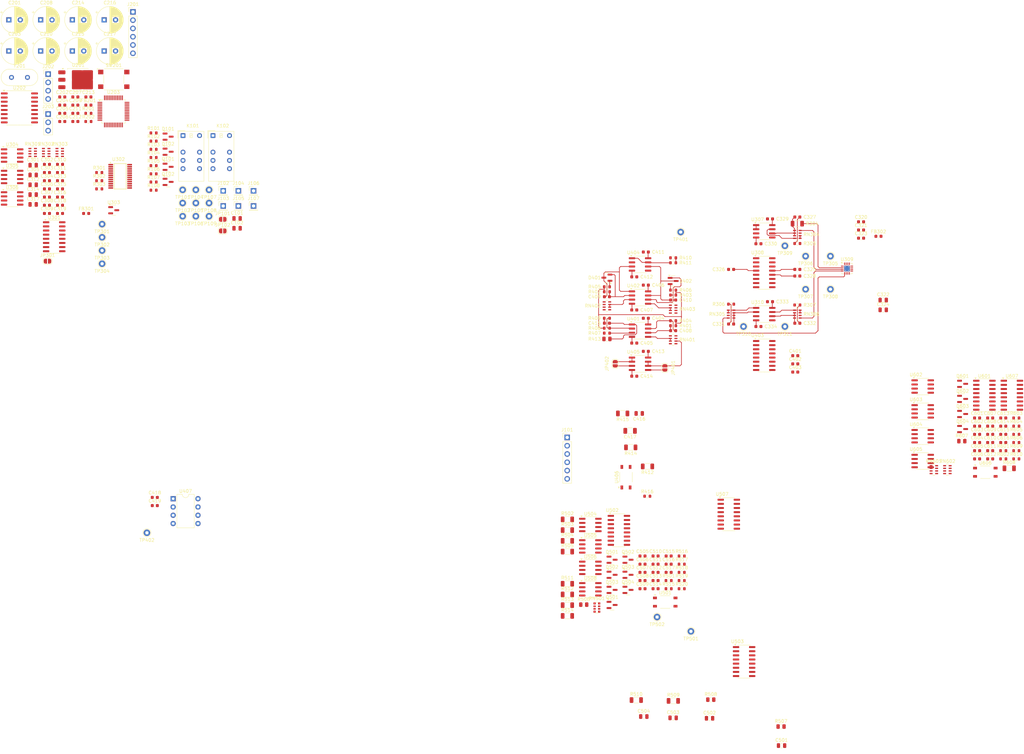
<source format=kicad_pcb>
(kicad_pcb (version 20240108) (generator "pcbnew") (generator_version "8.0")
  (layers (0 "F.Cu" signal) (31 "B.Cu" signal) (34 "B.Paste" user) (35 "F.Paste" user) (36 "B.SilkS" user "B.Silkscreen") (37 "F.SilkS" user "F.Silkscreen") (38 "B.Mask" user) (39 "F.Mask" user) (44 "Edge.Cuts" user))
  (net 0 "")
  (net 1 "Net-(C101-Pad1)")
  (net 2 "/Current Ranging/I_{sense}OUT")
  (net 3 "0Vo")
  (net 4 "+5V")
  (net 5 "GND")
  (net 6 "+3.3V")
  (net 7 "/Digital Control/RST")
  (net 8 "Net-(U203-PF0)")
  (net 9 "Net-(U203-PF1)")
  (net 10 "+3.3VA")
  (net 11 "+15V")
  (net 12 "-15V")
  (net 13 "V_{ref}")
  (net 14 "Net-(RN301A-R1.2)")
  (net 15 "/Data Converters/V_{ADC}")
  (net 16 "Net-(RN302A-R1.1)")
  (net 17 "/Data Converters/I_{ADC}")
  (net 18 "/Data Converters/AVDD_{ADC}")
  (net 19 "-V_{ref}")
  (net 20 "/Data Converters/AVDD_{DAC}")
  (net 21 "/Crossover and Amplifier Control/F_{DAC}")
  (net 22 "Net-(RN305B-R2.2)")
  (net 23 "/Crossover and Amplifier Control/C_{DAC}+")
  (net 24 "/Crossover and Amplifier Control/C_{DAC}-")
  (net 25 "Net-(RN306B-R2.1)")
  (net 26 "Net-(C408-Pad2)")
  (net 27 "Net-(D401-A)")
  (net 28 "Net-(U404A-+)")
  (net 29 "Net-(U404B--)")
  (net 30 "Net-(C415-Pad1)")
  (net 31 "Net-(C415-Pad2)")
  (net 32 "Net-(C416-Pad2)")
  (net 33 "Net-(U407-+)")
  (net 34 "Net-(C501-Pad1)")
  (net 35 "Net-(C502-Pad1)")
  (net 36 "Net-(C503-Pad1)")
  (net 37 "Net-(U603-+)")
  (net 38 "/Voltage Ranging/V_{sense}-")
  (net 39 "Net-(C607-Pad1)")
  (net 40 "Net-(U603--)")
  (net 41 "+15Vo")
  (net 42 "-15Vo")
  (net 43 "Net-(RN601C-R3.2)")
  (net 44 "Net-(RN601C-R3.1)")
  (net 45 "Net-(RN601B-R2.2)")
  (net 46 "Net-(RN601B-R2.1)")
  (net 48 "Net-(Q101-C)")
  (net 50 "Net-(Q102-C)")
  (net 51 "Net-(D401-K-Pad1)")
  (net 52 "Net-(D402-A)")
  (net 53 "Guard_{int}")
  (net 54 "Net-(D502-A)")
  (net 55 "Net-(D502-K)")
  (net 58 "Net-(U604-+)")
  (net 59 "Net-(U602A-+)")
  (net 60 "Net-(D604-K-Pad3)")
  (net 61 "Net-(J101-Pin_2)")
  (net 62 "/Crossover and Amplifier Control/Amp Drive")
  (net 63 "Net-(J101-Pin_1)")
  (net 64 "Earth")
  (net 65 "/Guard")
  (net 66 "/Out+")
  (net 67 "/Sense+")
  (net 68 "/Sense-")
  (net 69 "Net-(J201-Pin_1)")
  (net 70 "Net-(J201-Pin_6)")
  (net 71 "Net-(J201-Pin_4)")
  (net 72 "Net-(J201-Pin_2)")
  (net 73 "Net-(J201-Pin_5)")
  (net 74 "Net-(J201-Pin_3)")
  (net 75 "/Digital Control/V_{ADC}")
  (net 76 "/Digital Control/I_{ADC}")
  (net 77 "Net-(JP301-A)")
  (net 78 "Net-(JP401-B)")
  (net 79 "/Crossover and Amplifier Control/F_{FB}")
  (net 80 "/Crossover and Amplifier Control/C_{FB}")
  (net 81 "Net-(JP402-B)")
  (net 83 "/RE_OE")
  (net 85 "/Current Ranging/GuardOUT")
  (net 86 "/RE_RS")
  (net 87 "/Voltage Ranging/V_{sense}+")
  (net 88 "Net-(Q101-B)")
  (net 89 "Net-(Q102-B)")
  (net 90 "Net-(Q501-S)")
  (net 91 "/Current Ranging/1A Gate Drive")
  (net 92 "/Current Ranging/100mA Gate Drive")
  (net 93 "Net-(Q502-S)")
  (net 94 "Net-(Q503-D)")
  (net 95 "Net-(Q504-D)")
  (net 96 "/Digital Control/AMP_{CTL}0")
  (net 97 "/Digital Control/AMP_{CTL}1")
  (net 98 "/OE_{CTRL}")
  (net 99 "/RS_{CTRL}")
  (net 100 "/Digital Control/BOOT0")
  (net 101 "Net-(R301-Pad2)")
  (net 102 "/VM")
  (net 103 "/IM")
  (net 104 "Net-(R302-Pad2)")
  (net 105 "/Data Converters/DACB")
  (net 106 "Net-(R305-Pad1)")
  (net 107 "Net-(R306-Pad1)")
  (net 108 "Net-(R307-Pad1)")
  (net 109 "Net-(R401-Pad2)")
  (net 110 "Net-(U401A-+)")
  (net 111 "Net-(U401A--)")
  (net 112 "/Clamp")
  (net 113 "Net-(R411-Pad1)")
  (net 114 "Net-(R412-Pad2)")
  (net 115 "Net-(R416-Pad2)")
  (net 116 "/V_{FB}LO")
  (net 117 "Net-(R501-Pad1)")
  (net 118 "/Current Ranging/100mA")
  (net 119 "Net-(R502-Pad2)")
  (net 120 "Net-(R503-Pad2)")
  (net 121 "Net-(R504-Pad2)")
  (net 122 "Net-(R505-Pad2)")
  (net 123 "Net-(R506-Pad1)")
  (net 124 "Net-(RN501D-R4.2)")
  (net 125 "Net-(U508A--)")
  (net 126 "/Voltage Ranging/150V")
  (net 127 "Net-(R603-Pad2)")
  (net 128 "Net-(U602B-+)")
  (net 129 "Net-(R607-Pad1)")
  (net 130 "Net-(R609-Pad2)")
  (net 131 "Net-(R610-Pad2)")
  (net 132 "Net-(RN301C-R3.2)")
  (net 133 "Net-(RN302C-R3.1)")
  (net 134 "Net-(RN303B-R2.2)")
  (net 139 "/Data Converters/DACA")
  (net 140 "Net-(RN305A-R1.1)")
  (net 141 "/Data Converters/DACD")
  (net 142 "Net-(RN306A-R1.2)")
  (net 143 "/Data Converters/DACC")
  (net 149 "Net-(RN402B-R2.2)")
  (net 153 "Net-(RN403B-R2.1)")
  (net 158 "Net-(RN501C-R3.2)")
  (net 159 "Net-(RN501A-R1.2)")
  (net 160 "Net-(RN501A-R1.1)")
  (net 165 "Net-(RN602B-R2.2)")
  (net 166 "Net-(RN602A-R1.2)")
  (net 167 "/Current Ranging/Rsense")
  (net 169 "/Digital Control/TX")
  (net 171 "/Digital Control/RX")
  (net 172 "/VM_{CTRL}0")
  (net 173 "/Data Converters/~{CSDAC}")
  (net 174 "/Data Converters/F_{DAC}LO")
  (net 175 "/IM_{CTRL}0")
  (net 176 "/Data Converters/~{CSADC}")
  (net 177 "/Data Converters/MISO")
  (net 178 "/FI")
  (net 179 "/Data Converters/V_{MEAS}LO")
  (net 181 "/Data Converters/I_{MEAS}LO")
  (net 183 "/Data Converters/C_{DAC}LO")
  (net 184 "/FV")
  (net 186 "/IM_{CTRL}2")
  (net 187 "/VM_{CTRL}1")
  (net 188 "/VM_{CTRL}2")
  (net 190 "/Data Converters/SCLK")
  (net 192 "/Data Converters/MOSI")
  (net 194 "/IM_{CTRL}1")
  (net 216 "Net-(U307A--)")
  (net 222 "/Current Ranging/10mA")
  (net 223 "/Current Ranging/1A")
  (net 224 "/Current Ranging/100µA")
  (net 225 "/Current Ranging/1mA")
  (net 226 "/Current Ranging/10µA")
  (net 231 "+3V3")
  (net 234 "/Voltage Ranging/1.5V")
  (net 238 "/Voltage Ranging/150mV")
  (net 239 "Net-(U605A--)")
  (net 245 "Net-(RN304A-R1.1)")
  (net 246 "Net-(RN304C-R3.2)")
  (net 247 "Net-(RN401B-R2.1)")
  (net 248 "Net-(U401B--)")
  (net 249 "Net-(U402B--)")
  (footprint "Package_SO:MFSOP6-4_4.4x3.6mm_P1.27mm" (layer "F.Cu") (at 46.482 159.258 90)
    (property "Reference" "U406")
    (property "Value" "TLP170D")
  )
  (footprint "Capacitor_SMD:C_0805_2012Metric" (layer "F.Cu") (at -135.4125 66.53)
    (property "Reference" "C305")
    (property "Value" "10u")
  )
  (footprint "Resistor_SMD:R_0603_1608Metric" (layer "F.Cu") (at -118.4625 47.61)
    (property "Reference" "R201")
    (property "Value" "10k")
  )
  (footprint "Capacitor_SMD:C_0603_1608Metric" (layer "F.Cu") (at 87.122 113.03 180)
    (property "Reference" "C334")
    (property "Value" "100n")
  )
  (footprint "Capacitor_SMD:C_0805_2012Metric" (layer "F.Cu") (at 125.41 107.912)
    (property "Reference" "C324")
    (property "Value" "10u")
  )
  (footprint "Resistor_SMD:R_Array_Concave_4x0603" (layer "F.Cu") (at 99.06 84.766)
    (property "Reference" "RN304")
    (property "Value" "10k")
  )
  (footprint "Jumper:SolderJumper-2_P1.3mm_Open_RoundedPad1.0x1.5mm" (layer "F.Cu") (at -131.0125 92.98)
    (property "Reference" "JP301")
    (property "Value" "SolderJumper_2_Open")
  )
  (footprint "Package_TO_SOT_SMD:SOT-23" (layer "F.Cu") (at -94.0125 59.4)
    (property "Reference" "D102")
    (property "Value" "BAV99")
  )
  (footprint "Resistor_SMD:R_0603_1608Metric" (layer "F.Cu") (at -98.4625 56.14)
    (property "Reference" "R102")
    (property "Value" "2.2k")
  )
  (footprint "Resistor_SMD:R_0603_1608Metric" (layer "F.Cu") (at 40.64 115.062)
    (property "Reference" "R407")
    (property "Value" "10k")
  )
  (footprint "Capacitor_SMD:C_0603_1608Metric" (layer "F.Cu") (at 158.233 146.11)
    (property "Reference" "C609")
    (property "Value" "100n")
  )
  (footprint "Capacitor_SMD:C_0603_1608Metric" (layer "F.Cu") (at 49.022 107.95 180)
    (property "Reference" "C407")
    (property "Value" "100n")
  )
  (footprint "Capacitor_SMD:C_0603_1608Metric" (layer "F.Cu") (at 51.5535 193.482)
    (property "Reference" "C509")
    (property "Value" "100n")
  )
  (footprint "Capacitor_SMD:C_0603_1608Metric" (layer "F.Cu") (at 158.233 148.62)
    (property "Reference" "C610")
    (property "Value" "100n")
  )
  (footprint "Inductor_SMD:L_0603_1608Metric" (layer "F.Cu") (at -119.1525 78.33)
    (property "Reference" "FB301")
    (property "Value" "FerriteBead_Small")
  )
  (footprint "Resistor_SMD:R_0603_1608Metric" (layer "F.Cu") (at -115.1425 65.78)
    (property "Reference" "R301")
    (property "Value" "2.2k")
  )
  (footprint "Resistor_SMD:R_1206_3216Metric" (layer "F.Cu") (at 28.5135 175.502)
    (property "Reference" "R503")
    (property "Value" "374m")
  )
  (footprint "Package_SO:SOIC-8_3.9x4.9mm_P1.27mm" (layer "F.Cu") (at 88.9 83.82)
    (property "Reference" "U307")
    (property "Value" "OPA2182")
  )
  (footprint "Resistor_SMD:R_Array_Concave_4x0603" (layer "F.Cu") (at 145.103 156.94)
    (property "Reference" "RN602")
    (property "Value" "10k")
  )
  (footprint "Resistor_SMD:R_0805_2012Metric" (layer "F.Cu") (at 33.5235 198.362)
    (property "Reference" "R506")
    (property "Value" "374")
  )
  (footprint "Capacitor_SMD:C_0603_1608Metric" (layer "F.Cu") (at 49.022 97.79 180)
    (property "Reference" "C412")
    (property "Value" "100n")
  )
  (footprint "Package_SO:SOIC-16_3.9x9.9mm_P1.27mm" (layer "F.Cu") (at 78.0325 170.62)
    (property "Reference" "U507")
    (property "Value" "74HC138")
  )
  (footprint "Resistor_SMD:R_0603_1608Metric" (layer "F.Cu") (at 99.06 106.426)
    (property "Reference" "R307")
    (property "Value" "2.2k")
  )
  (footprint "Package_SO:SOIC-16_3.9x9.9mm_P1.27mm" (layer "F.Cu") (at 82.7285 215.832)
    (property "Reference" "U503")
    (property "Value" "DG444xY")
  )
  (footprint "Capacitor_SMD:C_0603_1608Metric" (layer "F.Cu") (at 154.223 148.62)
    (property "Reference" "C604")
    (property "Value" "100n")
  )
  (footprint "Capacitor_SMD:C_0603_1608Metric" (layer "F.Cu") (at 52.578 90.17 180)
    (property "Reference" "C411")
    (property "Value" "100n")
  )
  (footprint "Connector_Pin:Pin_D1.0mm_L10.0mm" (layer "F.Cu") (at -81.4425 75.14)
    (property "Reference" "TP108")
    (property "Value" "TestPoint")
  )
  (footprint "Crystal:Crystal_HC18-U_Vertical" (layer "F.Cu") (at -142.0625 36.59)
    (property "Reference" "Y201")
    (property "Value" "8MHz")
  )
  (footprint "Capacitor_SMD:C_0805_2012Metric" (layer "F.Cu") (at 125.41 104.902)
    (property "Reference" "C322")
    (property "Value" "10u")
  )
  (footprint "Capacitor_SMD:C_0603_1608Metric" (layer "F.Cu") (at 52.578 110.49 180)
    (property "Reference" "C404")
    (property "Value" "100n")
  )
  (footprint "Package_SO:SOIC-8_3.9x4.9mm_P1.27mm" (layer "F.Cu") (at 137.526 131.443)
    (property "Reference" "U602")
    (property "Value" "OPA2182")
  )
  (footprint "Package_SO:SOIC-8_3.9x4.9mm_P1.27mm" (layer "F.Cu") (at 35.5435 173.922)
    (property "Reference" "U504")
    (property "Value" "OPA2182")
  )
  (footprint "Capacitor_SMD:C_0603_1608Metric" (layer "F.Cu") (at -127.1725 65.78)
    (property "Reference" "C311")
    (property "Value" "1n")
  )
  (footprint "Capacitor_SMD:C_0603_1608Metric" (layer "F.Cu") (at -127.1725 78.33)
    (property "Reference" "C319")
    (property "Value" "100n")
  )
  (footprint "Capacitor_THT:CP_Radial_D8.0mm_P3.50mm" (layer "F.Cu") (at -113.633708 18.94)
    (property "Reference" "C216")
    (property "Value" "100u")
  )
  (footprint "Connector_PinHeader_2.54mm:PinHeader_1x01_P2.54mm_Vertical" (layer "F.Cu") (at -67.7925 71.39)
    (property "Reference" "J106")
    (property "Value" "Conn_01x01_Socket")
  )
  (footprint "Capacitor_SMD:C_0805_2012Metric" (layer "F.Cu") (at 50.546 139.7 180)
    (property "Reference" "C416")
    (property "Value" "270p")
  )
  (footprint "Connector_Pin:Pin_D1.0mm_L10.0mm" (layer "F.Cu") (at -114.2625 89.71)
    (property "Reference" "TP303")
    (property "Value" "TestPoint")
  )
  (footprint "Capacitor_SMD:C_0603_1608Metric" (layer "F.Cu") (at 99.06 79.432)
    (property "Reference" "C327")
    (property "Value" "1n")
  )
  (footprint "Resistor_SMD:R_0603_1608Metric" (layer "F.Cu") (at 166.253 146.11)
    (property "Reference" "R605")
    (property "Value" "10k")
  )
  (footprint "Capacitor_SMD:C_0603_1608Metric" (layer "F.Cu") (at -126.4825 47.61)
    (property "Reference" "C205")
    (property "Value" "100n")
  )
  (footprint "Inductor_SMD:L_0603_1608Metric" (layer "F.Cu") (at 123.952 85.344)
    (property "Reference" "FB302")
    (property "Value" "FerriteBead_Small" (hide yes))
  )
  (footprint "Resistor_SMD:R_0603_1608Metric" (layer "F.Cu") (at 166.253 151.13)
    (property "Reference" "R609")
    (property "Value" "2.2k")
  )
  (footprint "Resistor_SMD:R_1206_3216Metric" (layer "F.Cu") (at 45.466 139.7 180)
    (property "Reference" "R415")
    (property "Value" "1k")
  )
  (footprint "Resistor_SMD:R_1206_3216Metric" (layer "F.Cu") (at 47.9445 150.114 180)
    (property "Reference" "R414")
    (property "Value" "150k")
  )
  (footprint "Capacitor_SMD:C_0805_2012Metric" (layer "F.Cu") (at 60.9495 233.104)
    (property "Reference" "C503")
    (property "Value" "270p")
  )
  (footprint "Capacitor_SMD:C_0603_1608Metric" (layer "F.Cu") (at 78.74 95.504)
    (property "Reference" "C326")
    (property "Value" "100n")
  )
  (footprint "Capacitor_SMD:C_0603_1608Metric" (layer "F.Cu") (at 98.425 124.49)
    (property "Reference" "C402")
    (property "Value" "100n")
  )
  (footprint "Resistor_SMD:R_0603_1608Metric" (layer "F.Cu") (at 63.5835 190.972)
    (property "Reference" "R519")
    (property "Value" "10k")
  )
  (footprint "Package_SO:SOIC-16_3.9x9.9mm_P1.27mm" (layer "F.Cu") (at 88.9 121.92)
    (property "Reference" "U403")
    (property "Value" "DG444xY")
  )
  (footprint "Capacitor_SMD:C_0603_1608Metric" (layer "F.Cu") (at 59.5735 188.462)
    (property "Reference" "C517")
    (property "Value" "100n")
  )
  (footprint "Resistor_SMD:R_0603_1608Metric" (layer "F.Cu") (at -98.4625 68.69)
    (property "Reference" "R107")
    (property "Value" "100k")
  )
  (footprint "Capacitor_SMD:C_0603_1608Metric" (layer "F.Cu") (at 154.223 153.64)
    (property "Reference" "C606")
    (property "Value" "100n")
  )
  (footprint "Resistor_SMD:R_1206_3216Metric" (layer "F.Cu") (at 28.5135 201.822)
    (property "Reference" "R514")
    (property "Value" "37.4")
  )
  (footprint "Capacitor_SMD:C_0603_1608Metric" (layer "F.Cu") (at 60.96 104.902 180)
    (property "Reference" "C410")
    (property "Value" "15p")
  )
  (footprint "Capacitor_SMD:C_0603_1608Metric" (layer "F.Cu") (at -127.1725 75.82)
    (property "Reference" "C318")
    (property "Value" "100n")
  )
  (footprint "Resistor_SMD:R_0603_1608Metric" (layer "F.Cu") (at 166.253 143.6)
    (property "Reference" "R604")
    (property "Value" "4.7k")
  )
  (footprint "Capacitor_SMD:C_0603_1608Metric" (layer "F.Cu") (at 51.5535 190.972)
    (property "Reference" "C508")
    (property "Value" "100n")
  )
  (footprint "Resistor_SMD:R_0603_1608Metric" (layer "F.Cu") (at 60.96 91.948 180)
    (property "Reference" "R410")
    (property "Value" "2.2k")
  )
  (footprint "Capacitor_SMD:C_0603_1608Metric" (layer "F.Cu") (at 59.5735 185.952)
    (property "Reference" "C516")
    (property "Value" "100n")
  )
  (footprint "Relay_THT:Relay_DPDT_Kemet_EC2" (layer "F.Cu") (at -89.4375 54.445)
    (property "Reference" "K101")
    (property "Value" "EC2-5NU")
  )
  (footprint "Resistor_SMD:R_1206_3216Metric" (layer "F.Cu") (at 28.5135 182.082)
    (property "Reference" "R505")
    (property "Value" "37.4")
  )
  (footprint "Capacitor_SMD:C_0603_1608Metric" (layer "F.Cu") (at 154.223 143.6)
    (property "Reference" "C602")
    (property "Value" "100n")
  )
  (footprint "Package_SO:SOIC-16_3.9x9.9mm_P1.27mm" (layer "F.Cu") (at 156.443 134.11)
    (property "Reference" "U601")
    (property "Value" "DG444xY")
  )
  (footprint "Package_TO_SOT_SMD:SOT-23" (layer "F.Cu") (at -94.0125 54.775)
    (property "Reference" "D101")
    (property "Value" "BAV99")
  )
  (footprint "Connector_PinHeader_2.54mm:PinHeader_1x03_P2.54mm_Vertical" (layer "F.Cu") (at -130.8125 47.84)
    (property "Reference" "J203")
    (property "Value" "Conn_01x03_Pin")
  )
  (footprint "Connector_Pin:Pin_D1.0mm_L10.0mm" (layer "F.Cu") (at -114.2625 85.66)
    (property "Reference" "TP302")
    (property "Value" "TestPoint")
  )
  (footprint "Connector_Pin:Pin_D1.0mm_L10.0mm" (layer "F.Cu") (at 101.6 91.44)
    (property "Reference" "TP306")
    (property "Value" "TestPoint" (hide yes))
  )
  (footprint "Resistor_SMD:R_0603_1608Metric" (layer "F.Cu") (at 63.5835 185.952)
    (property "Reference" "R517")
    (property "Value" "10k")
  )
  (footprint "Connector_PinHeader_2.54mm:PinHeader_1x01_P2.54mm_Vertical" (layer "F.Cu") (at -77.0925 71.39)
    (property "Reference" "J102")
    (property "Value" "Conn_01x01_Socket")
  )
  (footprint "Package_TO_SOT_SMD:SOT-23" (layer "F.Cu") (at -94.0125 68.65)
    (property "Reference" "Q102")
    (property "Value" "BC847")
  )
  (footprint "Capacitor_SMD:C_0603_1608Metric" (layer "F.Cu") (at 60.96 114.3)
    (property "Reference" "C408")
    (property "Value" "15p")
  )
  (footprint "Capacitor_SMD:C_0603_1608Metric" (layer "F.Cu") (at -118.4625 42.59)
    (property "Reference" "C213")
    (property "Value" "100n")
  )
  (footprint "Package_TO_SOT_SMD:SOT-23" (layer "F.Cu") (at 42.2135 193.837)
    (property "Reference" "D503")
    (property "Value" "BZX84C10")
  )
  (footprint "Capacitor_SMD:C_0603_1608Metric" (layer "F.Cu") (at 158.233 151.13)
    (property "Reference" "C611")
    (property "Value" "100n")
  )
  (footprint "Capacitor_SMD:C_0603_1608Metric" (layer "F.Cu") (at 52.578 100.33 180)
    (property "Reference" "C406")
    (property "Value" "100n")
  )
  (footprint "Capacitor_SMD:C_0603_1608Metric" (layer "F.Cu") (at -127.1725 70.8)
    (property "Reference" "C315")
    (property "Value" "100n")
  )
  (footprint "Resistor_SMD:R_Array_Concave_4x0603" (layer "F.Cu") (at -127.2625 59.62)
    (property "Reference" "RN303")
    (property "Value" "10k")
  )
  (footprint "Capacitor_SMD:C_0603_1608Metric" (layer "F.Cu") (at -127.1725 73.31)
    (property "Reference" "C316")
    (property "Value" "100n")
  )
  (footprint "Resistor_SMD:R_1206_3216Metric" (layer "F.Cu") (at 28.5135 195.242)
    (property "Reference" "R512")
    (property "Value" "374m")
  )
  (footprint "Resistor_SMD:R_0603_1608Metric" (layer "F.Cu") (at -98.4625 66.18)
    (property "Reference" "R106")
    (property "Value" "33")
  )
  (footprint "Connector_Pin:Pin_D1.0mm_L10.0mm" (layer "F.Cu") (at 66.4105 206.561)
    (property "Reference" "TP501")
    (property "Value" "TestPoint")
  )
  (footprint "Connector_PinHeader_2.54mm:PinHeader_1x06_P2.54mm_Vertical" (layer "F.Cu") (at -104.7925 16.49)
    (property "Reference" "J201")
    (property "Value" "Conn_01x06_Pin")
  )
  (footprint "Connector_Pin:Pin_D1.0mm_L10.0mm" (layer "F.Cu") (at -100.506 176.322)
    (property "Reference" "TP402")
    (property "Value" "TestPoint")
  )
  (footprint "Package_SO:SOIC-16_3.9x9.9mm_P1.27mm" (layer "F.Cu") (at 164.893 134.11)
    (property "Reference" "U607")
    (property "Value" "74HC138")
  )
  (footprint "Jumper:SolderJumper-2_P1.3mm_Open_RoundedPad1.0x1.5mm" (layer "F.Cu") (at -77.2425 80.14)
    (property "Reference" "JP101")
    (property "Value" "SolderJumper_2_Open")
  )
  (footprint "Connector_PinHeader_2.54mm:PinHeader_1x06_P2.54mm_Vertical" (layer "F.Cu") (at 28.448 147.066)
    (property "Reference" "J101")
    (property "Value" "Conn_01x06_Socket")
  )
  (footprint "Package_DIP:DIP-8_W7.62mm" (layer "F.Cu") (at -92.456 165.862)
    (property "Reference" "U407")
    (property "Value" "LM7171xIN")
  )
  (footprint "Connector_Pin:Pin_D1.0mm_L10.0mm" (layer "F.Cu") (at 101.6 101.6)
    (property "Reference" "TP307")
    (property "Value" "TestPoint" (hide yes))
  )
  (footprint "Package_SO:SOIC-8_3.9x4.9mm_P1.27mm" (layer "F.Cu") (at -141.8625 67.15)
    (property "Reference" "U305")
    (property "Value" "OPA2182")
  )
  (footprint "Connector_Pin:Pin_D1.0mm_L10.0mm" (layer "F.Cu") (at 82.55 113.03)
    (property "Reference" "TP310")
    (property "Value" "TestPoint" (hide yes))
  )
  (footprint "Capacitor_SMD:C_1206_3216Metric" (layer "F.Cu") (at 47.752 145.034 180)
    (property "Reference" "C417")
    (property "Value" "22p")
  )
  (footprint "AD7190:SOP65P640X120-24N" (layer "F.Cu") (at -108.7125 66.938606)
    (property "Reference" "U302")
    (property "Value" "AD7190BRUZ")
  )
  (footprint "Capacitor_SMD:C_0603_1608Metric" (layer "F.Cu") (at 99.06 97.536)
    (property "Reference" "C328")
    (property "Value" "100n")
  )
  (footprint "Capacitor_SMD:C_0603_1608Metric" (layer "F.Cu") (at 158.233 143.6)
    (property "Reference" "C608")
    (property "Value" "100n")
  )
  (footprint "Capacitor_SMD:C_0603_1608Metric" (layer "F.Cu") (at -126.4825 42.59)
    (property "Reference" "C202")
    (property "Value" "1u")
  )
  (footprint "Package_SO:SOIC-16_3.9x9.9mm_P1.27mm" (layer "F.Cu") (at 88.9 96.52)
    (property "Reference" "U308")
    (property "Value" "DG444xY")
  )
  (footprint "Capacitor_THT:CP_Radial_D8.0mm_P3.50mm" (layer "F.Cu") (at -113.633708 28.49)
    (property "Reference" "C217")
    (property "Value" "100u")
  )
  (footprint "Package_SO:SOIC-8_3.9x4.9mm_P1.27mm" (layer "F.Cu") (at 137.526 139.063)
    (property "Reference" "U603")
    (property "Value" "OPA140")
  )
  (footprint "Connector_Pin:Pin_D1.0mm_L10.0mm" (layer "F.Cu") (at 95.25 113.03)
    (property "Reference" "TP311")
    (property "Value" "TestPoint" (hide yes))
  )
  (footprint "Connector_Pin:Pin_D1.0mm_L10.0mm" (layer "F.Cu") (at -81.4425 79.19)
    (property "Reference" "TP109")
    (property "Value" "TestPoint")
  )
  (footprint "Capacitor_THT:CP_Radial_D8.0mm_P3.50mm" (layer "F.Cu") (at -142.867802 28.49)
    (property "Reference" "C203")
    (property "Value" "100u")
  )
  (footprint "Connector_PinHeader_2.54mm:PinHeader_1x01_P2.54mm_Vertical" (layer "F.Cu") (at -72.4425 76.04)
    (property "Reference" "J105")
    (property "Value" "Conn_01x01_Socket")
  )
  (footprint "Capacitor_SMD:C_0603_1608Metric" (layer "F.Cu") (at -122.4725 45.1)
    (property "Reference" "C209")
    (property "Value" "100n")
  )
  (footprint "Package_SO:SOIC-8_3.9x4.9mm_P1.27mm" (layer "F.Cu") (at 137.526 146.683)
    (property "Reference" "U604")
    (property "Value" "OPA140")
  )
  (footprint "Resistor_SMD:R_1206_3216Metric" (layer "F.Cu") (at 28.5135 191.952)
    (property "Reference" "R511")
    (property "Value" "374m")
  )
  (footprint "Resistor_SMD:R_1206_3216Metric" (layer "F.Cu") (at 49.6465 227.643)
    (property "Reference" "R510")
    (property "Value" "3.74M")
  )
  (footprint "Resistor_SMD:R_Array_Convex_4x0612" (layer "F.Cu") (at 37.5535 199.262)
    (property "Reference" "RN501")
    (property "Value" "10k")
  )
  (footprint "Resistor_SMD:R_0603_1608Metric" (layer "F.Cu") (at 63.5835 183.442)
    (property "Reference" "R516")
    (property "Value" "2.2K")
  )
  (footprint "Resistor_SMD:R_0805_2012Metric" (layer "F.Cu") (at 40.64 116.84 180)
    (property "Reference" "R413")
    (property "Value" "10k")
  )
  (footprint "Connector_PinHeader_2.54mm:PinHeader_1x01_P2.54mm_Vertical" (layer "F.Cu") (at -72.4425 71.39)
    (property "Reference" "J104")
    (property "Value" "Conn_01x01_Socket")
  )
  (footprint "Resistor_SMD:R_0603_1608Metric" (layer "F.Cu") (at 63.5835 188.462)
    (property "Reference" "R518")
    (property "Value" "10k")
  )
  (footprint "Package_TO_SOT_SMD:SOT-23" (layer "F.Cu") (at 149.773 130.615)
    (property "Reference" "D601")
    (property "Value" "BAV199")
  )
  (footprint "Capacitor_SMD:C_0603_1608Metric" (layer "F.Cu") (at 52.578 120.65 180)
    (property "Reference" "C413")
    (property "Value" "100n")
  )
  (footprint "Capacitor_SMD:C_0603_1608Metric" (layer "F.Cu") (at 40.64 103.886 180)
    (property "Reference" "C409")
    (property "Value" "15p")
  )
  (footprint "Capacitor_SMD:C_0805_2012Metric" (layer "F.Cu") (at -135.4125 63.52)
    (property "Reference" "C301")
    (property "Value" "10u")
  )
  (footprint "Resistor_SMD:R_0603_1608Metric" (layer "F.Cu") (at 60.96 111.252)
    (property "Reference" "R404")
    (property "Value" "4.7k")
  )
  (footprint "Resistor_SMD:R_0603_1608Metric" (layer "F.Cu") (at -118.4625 50.12)
    (property "Reference" "R202")
    (property "Value" "10k")
  )
  (footprint "Package_SO:SOIC-8_3.9x4.9mm_P1.27mm" (layer "F.Cu") (at 35.5435 180.502)
    (property "Reference" "U505")
    (property "Value" "OPA140")
  )
  (footprint "Package_SO:SOIC-16W_7.5x10.3mm_P1.27mm" (layer "F.Cu") (at -139.6325 45.95)
    (property "Reference" "U202")
    (property "Value" "ISO7341C")
  )
  (footprint "Resistor_SMD:R_1206_3216Metric" (layer "F.Cu") (at 164.073 156.54)
    (property "Reference" "R608")
    (property "Value" "390k")
  )
  (footprint "Resistor_SMD:R_0603_1608Metric" (layer "F.Cu") (at 63.5835 193.482)
    (property "Reference" "R520")
    (property "Value" "10k")
  )
  (footprint "Connector_Pin:Pin_D1.0mm_L10.0mm" (layer "F.Cu") (at -81.4425 71.09)
    (property "Reference" "TP107")
    (property "Value" "TestPoint")
  )
  (footprint "Connector_Pin:Pin_D1.0mm_L10.0mm" (layer "F.Cu") (at -89.5425 71.09)
    (property "Reference" "TP101")
    (property "Value" "TestPoint")
  )
  (footprint "Package_TO_SOT_SMD:SOT-23" (layer "F.Cu") (at -110.6925 77.345)
    (property "Reference" "U303")
    (property "Value" "LM4040DBZ-2.0")
  )
  (footprint "Resistor_SMD:R_1206_3216Metric" (layer "F.Cu") (at 28.5135 178.792)
    (property "Reference" "R504")
    (property "Value" "37.4")
  )
  (footprint "Capacitor_SMD:C_0603_1608Metric" (layer "F.Cu") (at 158.233 141.09)
    (property "Reference" "C607")
    (property "Value" "15p")
  )
  (footprint "Capacitor_SMD:C_0603_1608Metric" (layer "F.Cu") (at -131.1825 70.8)
    (property "Reference" "C306")
    (property "Value" "1n")
  )
  (footprint "Resistor_SMD:R_0603_1608Metric" (layer "F.Cu") (at -115.1425 70.8)
    (property "Reference" "R303")
    (property "Value" "2.2k")
  )
  (footprint "Capacitor_THT:CP_Radial_D8.0mm_P3.50mm" (layer "F.Cu") (at -133.123104 18.94)
    (property "Reference" "C208")
    (property "Value" "100u")
  )
  (footprint "Resistor_SMD:R_0603_1608Metric" (layer "F.Cu") (at -98.4625 61.16)
    (property "Reference" "R104")
    (property "Value" "33")
  )
  (footprint "Capacitor_SMD:C_0603_1608Metric" (layer "F.Cu") (at 99.06 112.014)
    (property "Reference" "C332")
    (property "Value" "1n")
  )
  (footprint "Package_TO_SOT_SMD:SOT-23" (layer "F.Cu") (at 47.1035 193.837)
    (property "Reference" "Q504")
    (property "Value" "DMN6075S")
  )
  (footprint "Capacitor_SMD:C_0603_1608Metric" (layer "F.Cu") (at -127.1725 63.27)
    (property "Reference" "C310")
    (property "Value" "1n")
  )
  (footprint "Package_TO_SOT_SMD:SOT-23" (layer "F.Cu") (at 40.64 98.044 180)
    (property "Reference" "D401")
    (property "Value" "BAV99")
  )
  (footprint "Capacitor_THT:CP_Radial_D8.0mm_P3.50mm" (layer "F.Cu") (at -142.867802 18.94)
    (property "Reference" "C201")
    (property "Value" "100u")
  )
  (footprint "Capacitor_SMD:C_0603_1608Metric" (layer "F.Cu") (at -131.1825 75.82)
    (property "Reference" "C308")
    (property "Value" "100n")
  )
  (footprint "Capacitor_SMD:C_0805_2012Metric" (layer "F.Cu") (at 72.1255 233.231)
    (property "Reference" "C502")
    (property "Value" "270p")
  )
  (footprint "Package_SO:SOIC-8_3.9x4.9mm_P1.27mm" (layer "F.Cu") (at 50.8 124.46)
    (property "Reference" "U405")
    (property "Value" "OPA2182")
  )
  (footprint "Button_Switch_SMD:SW_SPST_Omron_B3FS-105xP" (layer "F.Cu") (at -110.6775 37.19)
    (property "Reference" "SW201")
    (property "Value" "SW_Push")
  )
  (footprint "Resistor_SMD:R_Array_Concave_4x0603" (layer "F.Cu") (at 40.64 106.68)
    (property "Reference" "RN402")
    (property "Value" "10k")
  )
  (footprint "Resistor_SMD:R_Array_Concave_4x0603" (layer "F.Cu") (at -131.4125 59.62)
    (property "Reference" "RN302")
    (property "Value" "10k")
  )
  (footprint "Capacitor_SMD:C_0603_1608Metric" (layer "F.Cu") (at 118.618 80.899)
    (property "Reference" "C320")
    (property "Value" "100n")
  )
  (footprint "Capacitor_SMD:C_0603_1608Metric" (layer "F.Cu") (at 55.5635 193.482)
    (property "Reference" "C514")
    (property "Value" "100n")
  )
  (footprint "Capacitor_SMD:C_0603_1608Metric" (layer "F.Cu") (at 55.5635 190.972)
    (property "Reference" "C513")
    (property "Value" "100n")
  )
  (footprint "Connector_Pin:Pin_D1.0mm_L10.0mm" (layer "F.Cu") (at -114.2625 93.76)
    (property "Reference" "TP304")
    (property "Value" "TestPoint")
  )
  (footprint "Resistor_SMD:R_0603_1608Metric" (layer "F.Cu") (at 60.96 101.854)
    (property "Reference" "R406")
    (property "Value" "470")
  )
  (footprint "Capacitor_SMD:C_0603_1608Metric" (layer "F.Cu") (at 51.5535 183.442)
    (property "Reference" "C505")
    (property "Value" "100n")
  )
  (footprint "Capacitor_SMD:C_0805_2012Metric" (layer "F.Cu") (at -72.8425 79.87)
    (property "Reference" "C101")
    (property "Value" "270p")
  )
  (footprint "Resistor_SMD:R_0603_1608Metric" (layer "F.Cu") (at 53.023 165.1)
    (property "Reference" "R416")
    (property "Value" "2.2k")
  )
  (footprint "Connector_PinHeader_2.54mm:PinHeader_1x01_P2.54mm_Vertical" (layer "F.Cu") (at -67.7925 76.04)
    (property "Reference" "J107")
    (property "Value" "Conn_01x01_Socket")
  )
  (footprint "Capacitor_SMD:C_0603_1608Metric" (layer "F.Cu") (at 51.5535 185.952)
    (property "Reference" "C506")
    (property "Value" "100n")
  )
  (footprint "Resistor_SMD:R_Array_Concave_4x0603" (layer "F.Cu") (at 78.74 109.22)
    (property "Reference" "RN305")
    (property "Value" "10k")
  )
  (footprint "Connector_Pin:Pin_D1.0mm_L10.0mm" (layer "F.Cu") (at -85.4925 79.19)
    (property "Reference" "TP106")
    (property "Value" "TestPoint")
  )
  (footprint "Package_SO:MFSOP6-4_4.4x3.6mm_P1.27mm" (layer "F.Cu") (at 58.5235 197.577)
    (property "Reference" "U501")
    (property "Value" "TLP175A")
  )
  (footprint "Connector_Pin:Pin_D1.0mm_L10.0mm" (layer "F.Cu") (at -114.2625 81.61)
    (property "Reference" "TP301")
    (property "Value" "TestPoint")
  )
  (footprint "Package_TO_SOT_SMD:SOT-23" (layer "F.Cu") (at 47.1035 189.212)
    (property "Reference" "Q503")
    (property "Value" "DMN6075S")
  )
  (footprint "Resistor_SMD:R_0603_1608Metric" (layer "F.Cu") (at 166.253 148.62)
    (property "Reference" "R606")
    (property "Value" "10k")
  )
  (footprint "Resistor_SMD:R_0603_1608Metric" (layer "F.Cu") (at 60.96 93.472)
    (property "Reference" "R411")
    (property "Value" "10k")
  )
  (footprint "Capacitor_SMD:C_0603_1608Metric" (layer "F.Cu") (at 49.022 128.27 180)
    (property "Reference" "C414")
    (property "Value" "100n")
  )
  (footprint "Capacitor_SMD:C_0603_1608Metric" (layer "F.Cu") (at 162.243 146.11)
    (property "Reference" "C615")
    (property "Value" "15p")
  )
  (footprint "Capacitor_SMD:C_0603_1608Metric" (layer "F.Cu") (at 78.74 112.268 180)
    (property "Reference" "C331")
    (property "Value" "1n")
  )
  (footprint "Resistor_SMD:R_0603_1608Metric" (layer "F.Cu") (at -98.4625 63.67)
    (property "Reference" "R105")
    (property "Value" "2.2k")
  )
  (footprint "Capacitor_THT:CP_Radial_D8.0mm_P3.50mm" (layer "F.Cu") (at -123.378406 18.94)
    (property "Reference" "C214")
    (property "Value" "100u")
  )
  (footprint "Connector_Pin:Pin_D1.0mm_L10.0mm" (layer "F.Cu") (at 56.0235 202.172)
    (property "Reference" "TP502")
    (property "Value" "TestPoint")
  )
  (footprint "Resistor_SMD:R_0603_1608Metric" (layer "F.Cu") (at 99.06 87.56 180)
    (property "Reference" "R305")
    (property "Value" "2.2k")
  )
  (footprint "Package_TO_SOT_SMD:SOT-23" (layer "F.Cu") (at 149.773 144.49)
    (property "Reference" "D604")
    (property "Value" "BAV199")
  )
  (footprint "Resistor_SMD:R_1206_3216Metric" (layer "F.Cu") (at 61.011 227.897)
    (property "Reference" "R509")
    (property "Value" "422k")
  )
  (footprint "Resistor_SMD:R_0603_1608Metric" (layer "F.Cu") (at 166.253 153.64)
    (property "Reference" "R610")
    (property "Value" "22k")
  )
  (footprint "Resistor_SMD:R_Array_Concave_4x0603" (layer "F.Cu") (at -135.5625 59.62)
    (property "Reference" "RN301")
    (property "Value" "10k")
  )
  (footprint "Capacitor_SMD:C_0603_1608Metric" (layer "F.Cu") (at 51.5535 188.462)
    (property "Reference" "C507")
    (property "Value" "100n")
  )
  (footprint "Resistor_SMD:R_0603_1608Metric" (layer "F.Cu") (at -98.4625 58.65)
    (property "Reference" "R103")
    (property "Value" "2.2k")
  )
  (footprint "Connector_PinHeader_2.54mm:PinHeader_1x01_P2.54mm_Vertical" (layer "F.Cu") (at -77.0925 76.04)
    (property "Reference" "J103")
    (property "Value" "Conn_01x01_Socket")
  )
  (footprint "Capacitor_SMD:C_0603_1608Metric" (layer "F.Cu") (at -131.1825 65.78)
    (property "Reference" "C303")
    (property "Value" "100n")
  )
  (footprint "Capacitor_SMD:C_0603_1608Metric" (layer "F.Cu") (at 90.678 80.01 180)
    (property "Reference" "C329")
    (property "Value" "100n")
  )
  (footprint "Capacitor_SMD:C_0603_1608Metric" (layer "F.Cu") (at 118.618 83.409)
    (property "Reference" "C321")
    (property "Value" "100n")
  )
  (footprint "Resistor_SMD:R_0805_2012Metric" (layer "F.Cu") (at 94.073 235.771)
    (property "Reference" "R507")
    (property "Value" "3.74k")
  )
  (footprint "Package_TO_SOT_SMD:SOT-23" (layer "F.Cu") (at 149.773 139.865)
    (property "Reference" "D603")
    (property "Value" "BAV199")
  )
  (footprint "Package_SO:SOIC-8_3.9x4.9mm_P1.27mm" (layer "F.Cu") (at 137.526 154.303)
    (property "Reference" "U605")
    (property "Value" "OPA2182")
  )
  (footprint "Resistor_SMD:R_Array_Concave_4x0603" (layer "F.Cu") (at 140.953 156.94)
    (property "Reference" "RN601")
    (property "Value" "100k")
  )
  (footprint "Capacitor_SMD:C_0603_1608Metric" (layer "F.Cu") (at -131.1825 63.27)
    (property "Reference" "C302")
    (property "Value" "100n")
  )
  (footprint "Package_SO:SOIC-8_3.9x4.9mm_P1.27mm" (layer "F.Cu") (at 50.8 104.14)
    (property "Reference" "U402")
    (property "Value" "OPA2182")
  )
  (footprint "Capacitor_SMD:C_0603_1608Metric" (layer "F.Cu") (at 55.5635 183.442)
    (property "Reference" "C510")
    (property "Value" "100n")
  )
  (footprint "Resistor_SMD:R_0603_1608Metric" (layer "F.Cu") (at 40.64 100.838 180)
    (property "Reference" "R405")
    (property "Value" "470")
  )
  (footprint "Resistor_SMD:R_1206_3216Metric" (layer "F.Cu") (at 28.5135 198.532)
    (property "Reference" "R513")
    (property "Value" "37.4")
  )
  (footprint "Connector_Pin:Pin_D1.0mm_L10.0mm" (layer "F.Cu") (at -85.4925 75.14)
    (property "Reference" "TP105")
    (property "Value" "TestPoint")
  )
  (footprint "Capacitor_SMD:C_0603_1608Metric" (layer "F.Cu") (at -98.0885 167.972)
    (property "Reference" "C419")
    (property "Value" "100n")
  )
  (footprint "Capacitor_SMD:C_0603_1608Metric" (layer "F.Cu") (at 158.233 153.64)
    (property "Reference" "C612")
    (property "Value" "100n")
  )
  (footprint "Package_TO_SOT_SMD:SOT-23" (layer "F.Cu") (at 42.2135 198.462)
    (property "Reference" "Q501")
    (property "Value" "DMN6075S")
  )
  (footprint "Capacitor_SMD:C_0805_2012Metric" (layer "F.Cu") (at -135.4125 75.56)
    (property "Reference" "C317")
    (property "Value" "10u")
  )
  (footprint "Resistor_SMD:R_0805_2012Metric" (layer "F.Cu") (at 72.5065 227.516)
    (property "Reference" "R508")
    (property "Value" "37.4k")
  )
  (footprint "Capacitor_SMD:C_0603_1608Metric" (layer "F.Cu") (at 55.5635 188.462)
    (property "Reference" "C512")
    (property "Value" "100n")
  )
  (footprint "Resistor_SMD:R_Array_Concave_4x0603" (layer "F.Cu") (at 60.96 117.094)
    (property "Reference" "RN401")
    (property "Value" "10k")
  )
  (footprint "Capacitor_SMD:C_0603_1608Metric" (layer "F.Cu") (at 162.243 141.09)
    (property "Reference" "C613")
    (property "Value" "100n")
  )
  (footprint "Jumper:SolderJumper-2_P1.3mm_Open_RoundedPad1.0x1.5mm" (layer "F.Cu") (at 43.18 124.46 -90)
    (property "Reference" "JP402")
    (property "Value" "SolderJumper_2_Open" (hide yes))
  )
  (footprint "Resistor_SMD:R_0603_1608Metric" (layer "F.Cu") (at 78.74 106.172 180)
    (property "Reference" "R306")
    (property "Value" "2.2k")
  )
  (footprint "Resistor_SMD:R_1206_3216Metric" (layer "F.Cu") (at 53.086 155.956 180)
    (property "Reference" "R412")
    (property "Value" "1.5k")
  )
  (footprint "Jumper:SolderJumper-2_P1.3mm_Open_RoundedPad1.0x1.5mm" (layer "F.Cu") (at -77.2425 83.69)
    (property "Reference" "JP102")
    (property "Value" "SolderJumper_2_Open")
  )
  (footprint "Connector_Pin:Pin_D1.0mm_L10.0mm" (layer "F.Cu") (at 109.22 91.44)
    (property "Reference" "TP305")
    (property "Value" "TestPoint" (hide yes))
  )
  (footprint "Capacitor_SMD:C_0603_1608Metric" (layer "F.Cu") (at -127.1725 68.29)
    (property "Reference" "C313")
    (property "Value" "100n")
  )
  (footprint "Capacitor_SMD:C_0603_1608Metric" (layer "F.Cu") (at 154.223 146.11)
    (property "Reference" "C603")
    (property "Value" "22p")
  )
  (footprint "Capacitor_SMD:C_0603_1608Metric" (layer "F.Cu") (at 162.243 148.62)
    (property "Reference" "C616")
    (property "Value" "15p")
  )
  (footprint "Connector_Pin:Pin_D1.0mm_L10.0mm" (layer "F.Cu") (at -85.4925 71.09)
    (property "Reference" "TP104")
    (property "Value" "TestPoint")
  )
  (footprint "Resistor_SMD:R_0603_1608Metric" (layer "F.Cu") (at 59.5735 190.972)
    (property "Reference" "R501")
    (property "Value" "2.2k")
  )
  (footprint "Package_SO:SOIC-8_3.9x4.9mm_P1.27mm" (layer "F.Cu") (at 50.8 114.3)
    (property "Reference" "U401")
    (property "Value" "OPA2182")
  )
  (footprint "Relay_THT:Relay_DPDT_Kemet_EC2" (layer "F.Cu") (at -80.2425 54.445)
    (property "Reference" "K102")
    (property "Value" "EC2-5NU")
  )
  (footprint "Capacitor_SMD:C_0603_1608Metric" (layer "F.Cu") (at 162.243 143.6)
    (property "Reference" "C614")
    (property "Value" "100n")
  )
  (footprint "Capacitor_SMD:C_0805_2012Metric" (layer "F.Cu") (at -72.8425 82.88)
    (property "Reference" "C102")
    (property "Value" "270p")
  )
  (footprint "Resistor_SMD:R_0603_1608Metric" (layer "F.Cu") (at 40.64 110.49 180)
    (property "Reference" "R409")
    (property "Value" "2.2k")
  )
  (footprint "Resistor_SMD:R_0603_1608Metric" (layer "F.Cu") (at 59.5735 193.482)
    (property "Reference" "R515")
    (property "Value" "10k")
  )
  (footprint "Resistor_SMD:R_0603_1608Metric" (layer "F.Cu") (at 162.243 153.64)
    (property "Reference" "R602")
    (property "Value" "10k")
  )
  (footprint "Package_DFN_QFN:WQFN-16-1EP_3x3mm_P0.5mm_EP1.68x1.68mm_ThermalVias" (layer "F.Cu") (at 114.3 95.25)
    (property "Reference" "U309")
    (property "Value" "DACx0504")
  )
  (footprint "Package_SO:SOIC-8_3.9x4.9mm_P1.27mm" (layer "F.Cu") (at 50.8 93.98)
    (property "Reference" "U404")
    (property "Value" "LM393")
  )
  (footprint "Resistor_SMD:R_0603_1608Metric" (layer "F.Cu") (at 40.64 113.538)
    (property "Reference" "R408")
    (property "Value" "10k")
  )
  (footprint "Package_QFP:LQFP-48_7x7mm_P0.5mm" (layer "F.Cu") (at -110.7825 47.01)
    (property "Reference" "U203")
    (property "Value" "STM32F303C6Tx")
  )
  (footprint "Resistor_SMD:R_Array_Concave_4x0603" (layer "F.Cu") (at 99.06 109.22)
    (property "Reference" "RN306")
    (property "Value" "10k")
  )
  (footprint "Package_TO_SOT_SMD:SOT-23" (layer "F.Cu") (at 149.773 135.24)
    (property "Reference" "D602")
    (property "Value" "BAV199")
  )
  (footprint "Resistor_SMD:R_0603_1608Metric" (layer "F.Cu") (at 60.96 103.378)
    (property "Reference" "R403")
    (property "Value" "20k")
  )
  (footprint "Capacitor_SMD:C_0603_1608Metric" (layer "F.Cu") (at -131.1825 78.33)
    (property "Reference" "C309")
    (property "Value" "100n")
  )
  (footprint "Capacitor_SMD:C_0603_1608Metric" (layer "F.Cu") (at 40.64 112.014)
    (property "Reference" "C415")
    (property "Value" "1n")
  )
  (footprint "Inductor_SMD:L_0603_1608Metric" (layer "F.Cu") (at -118.4625 45.1)
    (property "Reference" "FB201")
    (property "Value" "FerriteBead_Small")
  )
  (footprint "Capacitor_SMD:C_0603_1608Metric" (layer "F.Cu") (at -98.0885 165.462)
    (property "Reference" "C418")
    (property "Value" "100n")
  )
  (footprint "Resistor_SMD:R_0603_1608Metric" (layer "F.Cu") (at 40.64 102.362 180)
    (property "Reference" "R402")
    (property "Value" "20k")
  )
  (footprint "Resistor_SMD:R_0603_1608Metric" (layer "F.Cu") (at -115.1425 68.29)
    (property "Reference" "R302")
    (property "Value" "2.2k")
  )
  (footprint "Capacitor_SMD:C_0603_1608Metric" (layer "F.Cu") (at 90.678 105.41 180)
    (property "Reference" "C333")
    (property "Value" "100n")
  )
  (footprint "Capacitor_SMD:C_0603_1608Metric" (layer "F.Cu") (at 118.618 85.919)
    (property "Reference" "C323")
    (property "Value" "100n")
  )
  (footprint "Resistor_SMD:R_0603_1608Metric" (layer "F.Cu") (at 166.253 141.09)
    (property "Reference" "R603")
    (property "Value" "2.2k")
  )
  (footprint "Jumper:SolderJumper-2_P1.3mm_Open_RoundedPad1.0x1.5mm" (layer "F.Cu") (at 58.42 125.73 -90)
    (property "Reference" "JP401")
    (property "Value" "SolderJumper_2_Open" (hide yes))
  )
  (footprint "Connector_Pin:Pin_D1.0mm_L10.0mm" (layer "F.Cu") (at -89.5425 79.19)
    (property "Reference" "TP103")
    (property "Value" "TestPoint")
  )
  (footprint "Capacitor_SMD:C_0805_2012Metric" (layer "F.Cu") (at -135.4125 72.55)
    (property "Reference" "C314")
    (property "Value" "10u")
  )
  (footprint "Capacitor_SMD:C_0603_1608Metric" (layer "F.Cu") (at -126.4825 50.12)
    (property "Reference" "C206")
    (property "Value" "100n")
  )
  (footprint "Capacitor_SMD:C_0805_2012Metric" (layer "F.Cu") (at -135.4125 69.54)
    (property "Reference" "C312")
    (property "Value" "10u")
  )
  (footprint "Connector_Pin:Pin_D1.0mm_L10.0mm" (layer "F.Cu") (at 63.267 84.045)
    (property "Reference" "TP401")
    (property "Value" "TestPoint")
  )
  (footprint "Package_SO:MFSOP6-4_4.4x3.6mm_P1.27mm" (layer "F.Cu") (at 156.743 157.735)
    (property "Reference" "U606")
    (property "Value" "TLP170D")
  )
  (footprint "Capacitor_SMD:C_0603_1608Metric" (layer "F.Cu") (at 154.223 141.09)
    (property "Reference" "C601")
    (property "Value" "100n")
  )
  (footprint "Capacitor_SMD:C_0603_1608Metric" (layer "F.Cu") (at 154.223 151.13)
    (property "Reference" "C605")
    (property "Value" "100n")
  )
  (footprint "Capacitor_SMD:C_0603_1608Metric" (layer "F.Cu") (at 87.122 87.63 180)
    (property "Reference" "C330")
    (property "Value" "100n")
  )
  (footprint "Package_TO_SOT_SMD:SOT-23" (layer "F.Cu") (at -94.0125 64.025)
    (property "Reference" "Q101")
    (property "Value" "BC847")
  )
  (footprint "Capacitor_SMD:C_0603_1608Metric" (layer "F.Cu") (at 55.5635 185.952)
    (property "Reference" "C511")
    (property "Value" "100n")
  )
  (footprint "Capacitor_SMD:C_0603_1608Metric" (layer "F.Cu") (at -126.4825 45.1)
    (property "Reference" "C204")
    (property "Value" "100n")
  )
  (footprint "Package_TO_SOT_SMD:SOT-23" (layer "F.Cu") (at 60.96 99.06)
    (property "Reference" "D402")
    (property "Value" "BAV99")
  )
  (footprint "Package_TO_SOT_SMD:SOT-23" (layer "F.Cu") (at 42.2135 184.587)
    (property "Reference" "D501")
    (property "Value" "BAV199")
  )
  (footprint "Capacitor_THT:CP_Radial_D8.0mm_P3.50mm" (layer "F.Cu") (at -133.123104 28.49)
    (property "Reference" "C210")
    (property "Value" "100u")
  )
  (footprint "Capacitor_SMD:C_0603_1608Metric" (layer "F.Cu") (at -122.4725 50.12)
    (property "Reference" "C212")
    (property "Value" "18p")
  )
  (footprint "Resistor_SMD:R_0603_1608Metric" (layer "F.Cu") (at -98.4625 53.63)
    (property "Reference" "R101")
    (property "Value" "2.2k")
  )
  (footprint "Package_TO_SOT_SMD:SOT-23" (layer "F.Cu") (at 42.2135 189.212)
    (property "Reference" "D502")
    (property "Value" "BZX84C10")
  )
  (footprint "Connector_PinHeader_2.54mm:PinHeader_1x04_P2.54mm_Vertical" (layer "F.Cu") (at -130.8125 35.59)
    (property "Reference" "J202")
    (property "Value" "Conn_01x04_Pin")
  )
  (footprint "Package_TO_SOT_SMD:TO-252-3_TabPin2" (layer "F.Cu") (at -121.5725 37.315)
    (property "Reference" "U201")
    (property "Value" "LP2950-3.3_TO252")
  )
  (footprint "Capacitor_SMD:C_0603_1608Metric" (layer "F.Cu") (at 99.06 95.504)
    (property "Reference" "C325")
    (property "Value" "100n")
  )
  (footprint "Package_SO:SOIC-16_3.9x9.9mm_P1.27mm" (layer "F.Cu") (at 44.3125 175.573)
    (property "Reference" "U502")
    (property "Value" "DG444xY")
  )
  (footprint "Capacitor_SMD:C_0603_1608Metric" (layer "F.Cu") (at 49.022 118.11 180)
    (property "Reference" "C405")
    (property "Value" "100n")
  )
  (footprint "Connector_Pin:Pin_D1.0mm_L10.0mm" (layer "F.Cu") (at 95.25 88.265)
    (property "Reference" "TP309")
    (property "Value" "TestPoint" (hide yes))
  )
  (footprint "Package_SO:SOIC-8_3.9x4.9mm_P1.27mm" (layer "F.Cu") (at -141.8625 60.57)
    (property "Reference" "U304")
    (property "Value" "ADR4520")
  )
  (footprint "Capacitor_SMD:C_0805_2012Metric" (layer "F.Cu") (at 94.2235 241.613)
    (property "Reference" "C501")
    (property "Value" "270p")
  )
  (footprint "Package_TO_SOT_SMD:SOT-23" (layer "F.Cu") (at 47.1035 184.587)
    (property "Reference" "Q502")
    (property "Value" "DMN6075S")
  )
  (footprint "Resistor_SMD:R_0603_1608Metric" (layer "F.Cu") (at -98.4625 71.2)
    (property "Reference" "R108")
    (property "Value" "100k")
  )
  (footprint "Package_SO:SOIC-8_3.9x4.9mm_P1.27mm" (layer "F.Cu") (at 35.5435 187.082)
    (property "Reference" "U506")
    (property "Value" "TL071")
  )
  (footprint "Capacitor_SMD:C_0603_1608Metric" (layer "F.Cu") (at -122.4725 42.59)
    (property "Reference" "C207")
    (property "Value" "100n")
  )
  (footprint "Resistor_SMD:R_0603_1608Metric" (layer "F.Cu") (at 60.96 112.776)
    (property "Reference" "R401")
    (property "Value" "20k")
  )
  (footprint "Connector_Pin:Pin_D1.0mm_L10.0mm" (layer "F.Cu") (at 109.22 101.6)
    (property "Reference" "TP308")
    (property "Value" "TestPoint" (hide yes))
  )
  (footprint "Resistor_SMD:R_1206_3216Metric" (layer "F.Cu") (at 28.5135 172.212)
    (property "Reference" "R502")
    (property "Value" "374m")
  )
  (footprint "Package_SO:SOIC-16_3.9x9.9mm_P1.27mm" (layer "F.Cu") (at -128.9625 85.48)
    (property "Reference" "U301")
    (property "Value" "DG444xY")
  )
  (footprint "Capacitor_SMD:C_0603_1608Metric" (layer "F.Cu") (at -131.1825 73.31)
    (property "Reference" "C307")
    (property "Value" "1n")
  )
  (footprint "Capacitor_SMD:C_0603_1608Metric" (layer "F.Cu") (at 59.5735 183.442)
    (property "Reference" "C515")
    (property "Value" "100n")
  )
  (footprint "Resistor_SMD:R_1206_3216Metric" (layer "F.Cu") (at 99.06 81.464 180)
    (property "Reference" "R304")
    (property "Value" "500M")
  )
  (footprint "Capacitor_SMD:C_0603_1608Metric" (layer "F.Cu") (at -122.4725 47.61)
    (property "Reference" "C211")
    (property "Value" "18p")
  )
  (footprint "Package_SO:SOIC-8_3.9x4.9mm_P1.27mm" (layer "F.Cu") (at 88.9 109.22)
    (property "Reference" "U310")
    (property "Value" "OPA2182")
  )
  (footprint "Connector_Pin:Pin_D1.0mm_L10.0mm" (layer "F.Cu") (at -89.5425 75.14)
    (property "Reference" "TP102")
    (property "Value" "TestPoint")
  )
  (footprint "Capacitor_THT:CP_Radial_D8.0mm_P3.50mm" (layer "F.Cu") (at -123.378406 28.49)
    (property "Reference" "C215")
    (property "Value" "100u")
  )
  (footprint "Capacitor_SMD:C_0603_1608Metric" (layer "F.Cu") (at -131.1825 68.29)
    (property "Reference" "C304")
    (property "Value" "100n")
  )
  (footprint "Package_SO:SOIC-8_3.9x4.9mm_P1.27mm" (layer "F.Cu") (at 35.5435 193.662)
    (property "Reference" "U508")
    (property "Value" "LM393")
  )
  (footprint "Resistor_SMD:R_0805_2012Metric" (layer "F.Cu") (at 149.533 148.19)
    (property "Reference" "R607")
    (property "Value" "32.4k")
  )
  (footprint "Capacitor_SMD:C_0603_1608Metric" (layer "F.Cu") (at 98.425 121.98)
    (property "Reference" "C401")
    (property "Value" "100n")
  )
  (footprint "Resistor_SMD:R_Array_Concave_4x0603" (layer "F.Cu") (at 60.96 107.696)
    (property "Reference" "RN403")
    (property "Value" "10k")
  )
  (footprint "Capacitor_SMD:C_0805_2012Metric" (layer "F.Cu") (at 51.9515 232.696)
    (property "Reference" "C504")
    (property "Value" "270p")
  )
  (footprint "Package_SO:SOIC-8_3.9x4.9mm_P1.27mm" (layer "F.Cu") (at -141.8625 73.73)
    (property "Reference" "U306")
    (property "Value" "OPA140")
  )
  (footprint "Resistor_SMD:R_0603_1608Metric" (layer "F.Cu") (at 162.243 151.13)
    (property "Reference" "R601")
    (property "Value" "10k")
  )
  (footprint "Capacitor_SMD:C_0603_1608Metric" (layer "F.Cu") (at 98.425 127)
    (property "Reference" "C403")
    (property "Value" "100n")
  )
  (segment (start 98.285 97.536) (end 94.1705 97.536) (width 0.2) (layer "F.Cu") (net 4))
  (segment (start 94.1705 97.536) (end 93.7895 97.155) (width 0.2) (layer "F.Cu") (net 4))
  (segment (start 93.7895 97.155) (end 91.375 97.155) (width 0.2) (layer "F.Cu") (net 4))
  (segment (start 53.275 112.395) (end 53.275 110.568) (width 0.2) (layer "F.Cu") (net 11))
  (segment (start 53.275 110.568) (end 53.353 110.49) (width 0.2) (layer "F.Cu") (net 11))
  (segment (start 94.1705 95.504) (end 93.7895 95.885) (width 0.2) (layer "F.Cu") (net 11))
  (segment (start 53.275 122.555) (end 53.275 120.728) (width 0.2) (layer "F.Cu") (net 11))
  (segment (start 53.275 100.408) (end 53.353 100.33) (width 0.2) (layer "F.Cu") (net 11))
  (segment (start 91.375 81.915) (end 91.375 80.088) (width 0.2) (layer "F.Cu") (net 11))
  (segment (start 93.7895 95.885) (end 91.375 95.885) (width 0.2) (layer "F.Cu") (net 11))
  (segment (start 91.375 107.315) (end 91.375 105.488) (width 0.2) (layer "F.Cu") (net 11))
  (segment (start 53.275 102.235) (end 53.275 100.408) (width 0.2) (layer "F.Cu") (net 11))
  (segment (start 91.375 105.488) (end 91.453 105.41) (width 0.2) (layer "F.Cu") (net 11))
  (segment (start 91.375 80.088) (end 91.453 80.01) (width 0.2) (layer "F.Cu") (net 11))
  (segment (start 53.275 92.075) (end 53.275 90.248) (width 0.2) (layer "F.Cu") (net 11))
  (segment (start 53.275 120.728) (end 53.353 120.65) (width 0.2) (layer "F.Cu") (net 11))
  (segment (start 53.275 90.248) (end 53.353 90.17) (width 0.2) (layer "F.Cu") (net 11))
  (segment (start 98.285 95.504) (end 94.1705 95.504) (width 0.2) (layer "F.Cu") (net 11))
  (segment (start 48.325 106.045) (end 48.325 107.872) (width 0.2) (layer "F.Cu") (net 12))
  (segment (start 48.325 97.712) (end 48.247 97.79) (width 0.2) (layer "F.Cu") (net 12))
  (segment (start 86.425 112.952) (end 86.347 113.03) (width 0.2) (layer "F.Cu") (net 12))
  (segment (start 48.325 107.872) (end 48.247 107.95) (width 0.2) (layer "F.Cu") (net 12))
  (segment (start 86.425 111.125) (end 86.425 112.952) (width 0.2) (layer "F.Cu") (net 12))
  (segment (start 86.425 87.552) (end 86.347 87.63) (width 0.2) (layer "F.Cu") (net 12))
  (segment (start 84.0105 95.885) (end 86.425 95.885) (width 0.2) (layer "F.Cu") (net 12))
  (segment (start 79.515 95.504) (end 83.6295 95.504) (width 0.2) (layer "F.Cu") (net 12))
  (segment (start 48.325 95.885) (end 48.325 97.712) (width 0.2) (layer "F.Cu") (net 12))
  (segment (start 83.6295 95.504) (end 84.0105 95.885) (width 0.2) (layer "F.Cu") (net 12))
  (segment (start 86.425 85.725) (end 86.425 87.552) (width 0.2) (layer "F.Cu") (net 12))
  (segment (start 48.325 118.032) (end 48.247 118.11) (width 0.2) (layer "F.Cu") (net 12))
  (segment (start 48.325 126.365) (end 48.325 128.192) (width 0.2) (layer "F.Cu") (net 12))
  (segment (start 48.325 128.192) (end 48.247 128.27) (width 0.2) (layer "F.Cu") (net 12))
  (segment (start 48.325 116.205) (end 48.325 118.032) (width 0.2) (layer "F.Cu") (net 12))
  (segment (start 89.789 84.709) (end 90.17 85.09) (width 0.2) (layer "F.Cu") (net 21))
  (segment (start 89.789 83.566) (end 89.789 84.709) (width 0.2) (layer "F.Cu") (net 21))
  (segment (start 91.375 83.185) (end 90.17 83.185) (width 0.2) (layer "F.Cu") (net 21))
  (segment (start 94.348 85.966) (end 98.21 85.966) (width 0.2) (layer "F.Cu") (net 21))
  (segment (start 99.06 86.741) (end 99.06 85.979) (width 0.2) (layer "F.Cu") (net 21))
  (segment (start 90.17 83.185) (end 89.789 83.566) (width 0.2) (layer "F.Cu") (net 21))
  (segment (start 98.241 87.56) (end 99.06 86.741) (width 0.2) (layer "F.Cu") (net 21))
  (segment (start 99.06 80.207) (end 99.835 79.432) (width 0.2) (layer "F.Cu") (net 21))
  (segment (start 90.17 85.09) (end 93.472 85.09) (width 0.2) (layer "F.Cu") (net 21))
  (segment (start 98.235 87.56) (end 98.241 87.56) (width 0.2) (layer "F.Cu") (net 21))
  (segment (start 93.472 85.09) (end 94.348 85.966) (width 0.2) (layer "F.Cu") (net 21))
  (segment (start 98.21 85.966) (end 99.047 85.966) (width 0.2) (layer "F.Cu") (net 21))
  (segment (start 99.06 85.979) (end 99.06 80.207) (width 0.2) (layer "F.Cu") (net 21))
  (segment (start 83.947 108.585) (end 86.425 108.585) (width 0.2) (layer "F.Cu") (net 22))
  (segment (start 83.712 108.82) (end 83.947 108.585) (width 0.2) (layer "F.Cu") (net 22))
  (segment (start 79.59 112.193) (end 79.515 112.268) (width 0.2) (layer "F.Cu") (net 22))
  (segment (start 79.59 109.62) (end 79.59 110.42) (width 0.2) (layer "F.Cu") (net 22))
  (segment (start 79.59 108.82) (end 83.712 108.82) (width 0.2) (layer "F.Cu") (net 22))
  (segment (start 79.59 110.42) (end 79.59 112.193) (width 0.2) (layer "F.Cu") (net 22))
  (segment (start 79.59 108.82) (end 79.59 109.62) (width 0.2) (layer "F.Cu") (net 22))
  (segment (start 77.965 112.268) (end 78.74 111.493) (width 0.2) (layer "F.Cu") (net 23))
  (segment (start 78.74 111.493) (end 78.74 108.02) (width 0.2) (layer "F.Cu") (net 23))
  (segment (start 79.59 108.02) (end 83.496 108.02) (width 0.2) (layer "F.Cu") (net 23))
  (segment (start 78.486 106.172) (end 78.74 106.426) (width 0.2) (layer "F.Cu") (net 23))
  (segment (start 78.74 108.02) (end 79.59 108.02) (width 0.2) (layer "F.Cu") (net 23))
  (segment (start 77.915 106.172) (end 78.486 106.172) (width 0.2) (layer "F.Cu") (net 23))
  (segment (start 84.201 107.315) (end 86.425 107.315) (width 0.2) (layer "F.Cu") (net 23))
  (segment (start 78.74 106.426) (end 78.74 108.02) (width 0.2) (layer "F.Cu") (net 23))
  (segment (start 83.496 108.02) (end 84.201 107.315) (width 0.2) (layer "F.Cu") (net 23))
  (segment (start 94.291 108.02) (end 93.726 108.585) (width 0.2) (layer "F.Cu") (net 24))
  (segment (start 99.06 108.077) (end 99.06 107.251) (width 0.2) (layer "F.Cu") (net 24))
  (segment (start 99.06 107.251) (end 99.885 106.426) (width 0.2) (layer "F.Cu") (net 24))
  (segment (start 99.835 112.014) (end 99.06 111.239) (width 0.2) (layer "F.Cu") (net 24))
  (segment (start 93.726 108.585) (end 91.375 108.585) (width 0.2) (layer "F.Cu") (net 24))
  (segment (start 99.06 111.239) (end 99.06 108.077) (width 0.2) (layer "F.Cu") (net 24))
  (segment (start 98.21 108.02) (end 99.06 108.02) (width 0.2) (layer "F.Cu") (net 24))
  (segment (start 98.21 108.02) (end 94.291 108.02) (width 0.2) (layer "F.Cu") (net 24))
  (segment (start 98.21 109.62) (end 98.21 110.42) (width 0.2) (layer "F.Cu") (net 25))
  (segment (start 98.21 111.939) (end 98.285 112.014) (width 0.2) (layer "F.Cu") (net 25))
  (segment (start 98.21 110.42) (end 98.21 111.939) (width 0.2) (layer "F.Cu") (net 25))
  (segment (start 98.21 109.62) (end 94.088 109.62) (width 0.2) (layer "F.Cu") (net 25))
  (segment (start 98.21 108.82) (end 98.21 109.62) (width 0.2) (layer "F.Cu") (net 25))
  (segment (start 94.088 109.62) (end 93.853 109.855) (width 0.2) (layer "F.Cu") (net 25))
  (segment (start 93.853 109.855) (end 91.375 109.855) (width 0.2) (layer "F.Cu") (net 25))
  (segment (start 53.275 113.665) (end 55.499 113.665) (width 0.2) (layer "F.Cu") (net 26))
  (segment (start 60.135 111.252) (end 60.579 111.252) (width 0.2) (layer "F.Cu") (net 26))
  (segment (start 60.96 111.633) (end 60.96 113.919) (width 0.2) (layer "F.Cu") (net 26))
  (segment (start 60.579 111.252) (end 60.96 111.633) (width 0.2) (layer "F.Cu") (net 26))
  (segment (start 56.261 111.252) (end 60.135 111.252) (width 0.2) (layer "F.Cu") (net 26))
  (segment (start 55.499 113.665) (end 55.88 113.284) (width 0.2) (layer "F.Cu") (net 26))
  (segment (start 61.341 114.3) (end 61.735 114.3) (width 0.2) (layer "F.Cu") (net 26))
  (segment (start 60.96 113.919) (end 61.341 114.3) (width 0.2) (layer "F.Cu") (net 26))
  (segment (start 55.88 113.284) (end 55.88 111.633) (width 0.2) (layer "F.Cu") (net 26))
  (segment (start 55.88 111.633) (end 56.261 111.252) (width 0.2) (layer "F.Cu") (net 26))
  (segment (start 45.72 103.886) (end 46.101 103.505) (width 0.2) (layer "F.Cu") (net 27))
  (segment (start 41.415 103.886) (end 43.18 103.886) (width 0.2) (layer "F.Cu") (net 27))
  (segment (start 46.101 103.505) (end 48.325 103.505) (width 0.2) (layer "F.Cu") (net 27))
  (segment (start 41.5775 97.094) (end 42.865 97.094) (width 0.2) (layer "F.Cu") (net 27))
  (segment (start 41.415 102.412) (end 41.465 102.362) (width 0.2) (layer "F.Cu") (net 27))
  (segment (start 43.18 97.409) (end 43.18 103.886) (width 0.2) (layer "F.Cu") (net 27))
  (segment (start 41.415 103.886) (end 41.415 102.412) (width 0.2) (layer "F.Cu") (net 27))
  (segment (start 43.18 103.886) (end 45.72 103.886) (width 0.2) (layer "F.Cu") (net 27))
  (segment (start 42.865 97.094) (end 43.18 97.409) (width 0.2) (layer "F.Cu") (net 27))
  (segment (start 44.831 94.615) (end 44.45 94.996) (width 0.2) (layer "F.Cu") (net 28))
  (segment (start 44.45 96.266) (end 40.132 96.266) (width 0.2) (layer "F.Cu") (net 28))
  (segment (start 39.7025 96.6955) (end 39.7025 98.044) (width 0.2) (layer "F.Cu") (net 28))
  (segment (start 48.325 102.235) (end 44.831 102.235) (width 0.2) (layer "F.Cu") (net 28))
  (segment (start 39.865 103.886) (end 40.259 103.886) (width 0.2) (layer "F.Cu") (net 28))
  (segment (start 40.64 99.949) (end 39.7025 99.0115) (width 0.2) (layer "F.Cu") (net 28))
  (segment (start 48.325 94.615) (end 44.831 94.615) (width 0.2) (layer "F.Cu") (net 28))
  (segment (start 44.831 102.235) (end 44.45 101.854) (width 0.2) (layer "F.Cu") (net 28))
  (segment (start 44.45 94.996) (end 44.45 96.266) (width 0.2) (layer "F.Cu") (net 28))
  (segment (start 44.45 101.854) (end 44.45 96.266) (width 0.2) (layer "F.Cu") (net 28))
  (segment (start 40.259 103.886) (end 40.64 103.505) (width 0.2) (layer "F.Cu") (net 28))
  (segment (start 39.7025 99.0115) (end 39.7025 98.044) (width 0.2) (layer "F.Cu") (net 28))
  (segment (start 40.132 96.266) (end 39.7025 96.6955) (width 0.2) (layer "F.Cu") (net 28))
  (segment (start 40.64 103.505) (end 40.64 99.949) (width 0.2) (layer "F.Cu") (net 28))
  (segment (start 56.769 94.615) (end 57.15 94.996) (width 0.2) (layer "F.Cu") (net 29))
  (segment (start 53.275 94.615) (end 56.769 94.615) (width 0.2) (layer "F.Cu") (net 29))
  (segment (start 61.8975 99.06) (end 57.15 99.06) (width 0.2) (layer "F.Cu") (net 29))
  (segment (start 57.531 104.902) (end 57.15 104.521) (width 0.2) (layer "F.Cu") (net 29))
  (segment (start 60.185 104.902) (end 57.531 104.902) (width 0.2) (layer "F.Cu") (net 29))
  (segment (start 57.15 104.521) (end 57.15 99.06) (width 0.2) (layer "F.Cu") (net 29))
  (segment (start 57.15 94.996) (end 57.15 99.06) (width 0.2) (layer "F.Cu") (net 29))
  (segment (start 57.15 103.505) (end 53.275 103.505) (width 0.2) (layer "F.Cu") (net 29))
  (segment (start 39.815 111.964) (end 39.865 112.014) (width 0.2) (layer "F.Cu") (net 30))
  (segment (start 39.815 110.49) (end 39.815 111.964) (width 0.2) (layer "F.Cu") (net 30))
  (segment (start 45.339 116.84) (end 41.5525 116.84) (width 0.2) (layer "F.Cu") (net 31))
  (segment (start 45.72 115.951) (end 45.72 116.459) (width 0.2) (layer "F.Cu") (net 31))
  (segment (start 49.784 112.776) (end 49.784 115.091552) (width 0.2) (layer "F.Cu") (net 31))
  (segment (start 45.72 116.459) (end 45.339 116.84) (width 0.2) (layer "F.Cu") (net 31))
  (segment (start 46.101 115.57) (end 45.72 115.951) (width 0.2) (layer "F.Cu") (net 31))
  (segment (start 48.325 112.395) (end 49.403 112.395) (width 0.2) (layer "F.Cu") (net 31))
  (segment (start 41.415 112.014) (end 45.593 112.014) (width 0.2) (layer "F.Cu") (net 31))
  (segment (start 49.305552 115.57) (end 46.101 115.57) (width 0.2) (layer "F.Cu") (net 31))
  (segment (start 49.784 115.091552) (end 49.305552 115.57) (width 0.2) (layer "F.Cu") (net 31))
  (segment (start 45.974 112.395) (end 48.325 112.395) (width 0.2) (layer "F.Cu") (net 31))
  (segment (start 45.593 112.014) (end 45.974 112.395) (width 0.2) (layer "F.Cu") (net 31))
  (segment (start 49.403 112.395) (end 49.784 112.776) (width 0.2) (layer "F.Cu") (net 31))
  (segment (start 41.465 99.1065) (end 41.5775 98.994) (width 0.2) (layer "F.Cu") (net 51))
  (segment (start 41.465 100.838) (end 41.465 99.1065) (width 0.2) (layer "F.Cu") (net 51))
  (segment (start 60.135 101.854) (end 60.135 100.1225) (width 0.2) (layer "F.Cu") (net 52))
  (segment (start 60.135 100.1225) (end 60.0225 100.01) (width 0.2) (layer "F.Cu") (net 52))
  (segment (start 53.275 126.365) (end 58.405 126.365) (width 0.2) (layer "F.Cu") (net 78))
  (segment (start 58.405 126.365) (end 58.42 126.38) (width 0.2) (layer "F.Cu") (net 78))
  (segment (start 53.275 125.095) (end 58.405 125.095) (width 0.2) (layer "F.Cu") (net 79))
  (segment (start 61.81 117.494) (end 63.011 117.494) (width 0.2) (layer "F.Cu") (net 79))
  (segment (start 53.275 125.095) (end 53.275 123.825) (width 0.2) (layer "F.Cu") (net 79))
  (segment (start 63.011 117.494) (end 63.5 117.983) (width 0.2) (layer "F.Cu") (net 79))
  (segment (start 63.0705 125.08) (end 58.42 125.08) (width 0.2) (layer "F.Cu") (net 79))
  (segment (start 63.5 124.6505) (end 63.0705 125.08) (width 0.2) (layer "F.Cu") (net 79))
  (segment (start 63.5 117.983) (end 63.5 124.6505) (width 0.2) (layer "F.Cu") (net 79))
  (segment (start 58.405 125.095) (end 58.42 125.08) (width 0.2) (layer "F.Cu") (net 79))
  (segment (start 48.325 123.825) (end 48.325 122.555) (width 0.2) (layer "F.Cu") (net 80))
  (segment (start 43.195 123.825) (end 43.18 123.81) (width 0.2) (layer "F.Cu") (net 80))
  (segment (start 48.325 123.825) (end 43.195 123.825) (width 0.2) (layer "F.Cu") (net 80))
  (segment (start 48.31 123.81) (end 48.325 123.825) (width 0.2) (layer "F.Cu") (net 80))
  (segment (start 43.18 125.11) (end 48.31 125.11) (width 0.2) (layer "F.Cu") (net 81))
  (segment (start 48.31 125.11) (end 48.325 125.095) (width 0.2) (layer "F.Cu") (net 81))
  (segment (start 104.779 95.5) (end 112.8425 95.5) (width 0.2) (layer "F.Cu") (net 105))
  (segment (start 104.14 94.869) (end 104.775 95.504) (width 0.2) (layer "F.Cu") (net 105))
  (segment (start 103.759 83.566) (end 104.14 83.947) (width 0.2) (layer "F.Cu") (net 105))
  (segment (start 104.14 83.947) (end 104.14 94.869) (width 0.2) (layer "F.Cu") (net 105))
  (segment (start 99.91 83.566) (end 103.759 83.566) (width 0.2) (layer "F.Cu") (net 105))
  (segment (start 104.775 95.504) (end 104.779 95.5) (width 0.2) (layer "F.Cu") (net 105))
  (segment (start 39.815 102.362) (end 39.815 101.6) (width 0.2) (layer "F.Cu") (net 109))
  (segment (start 39.815 101.6) (end 38.481 101.6) (width 0.2) (layer "F.Cu") (net 109))
  (segment (start 38.481 101.6) (end 38.1 101.981) (width 0.2) (layer "F.Cu") (net 109))
  (segment (start 61.785 101.854) (end 61.785 102.616) (width 0.2) (layer "F.Cu") (net 109))
  (segment (start 39.815 101.6) (end 39.815 100.838) (width 0.2) (layer "F.Cu") (net 109))
  (segment (start 63.119 102.616) (end 61.785 102.616) (width 0.2) (layer "F.Cu") (net 109))
  (segment (start 57.834 109.396) (end 58.42 109.982) (width 0.2) (layer "F.Cu") (net 109))
  (segment (start 58.42 109.982) (end 63.5 109.982) (width 0.2) (layer "F.Cu") (net 109))
  (segment (start 38.481 113.538) (end 39.815 113.538) (width 0.2) (layer "F.Cu") (net 109))
  (segment (start 63.5 109.982) (end 63.5 102.997) (width 0.2) (layer "F.Cu") (net 109))
  (segment (start 61.785 111.252) (end 61.785 112.014) (width 0.2) (layer "F.Cu") (net 109))
  (segment (start 61.785 102.616) (end 61.785 103.378) (width 0.2) (layer "F.Cu") (net 109))
  (segment (start 63.5 111.633) (end 63.119 112.014) (width 0.2) (layer "F.Cu") (net 109))
  (segment (start 38.1 101.981) (end 38.1 109.22) (width 0.2) (layer "F.Cu") (net 109))
  (segment (start 63.5 109.982) (end 63.5 111.633) (width 0.2) (layer "F.Cu") (net 109))
  (segment (start 63.5 102.997) (end 63.119 102.616) (width 0.2) (layer "F.Cu") (net 109))
  (segment (start 38.1 113.157) (end 38.481 113.538) (width 0.2) (layer "F.Cu") (net 109))
  (segment (start 61.785 112.014) (end 61.785 112.776) (width 0.2) (layer "F.Cu") (net 109))
  (segment (start 38.1 109.22) (end 38.1 113.157) (width 0.2) (layer "F.Cu") (net 109))
  (segment (start 63.119 112.014) (end 61.785 112.014) (width 0.2) (layer "F.Cu") (net 109))
  (segment (start 38.1 109.396) (end 57.834 109.396) (width 0.2) (layer "F.Cu") (net 109))
  (segment (start 41.465 115.062) (end 48.198 115.062) (width 0.2) (layer "F.Cu") (net 110))
  (segment (start 48.198 115.062) (end 48.325 114.935) (width 0.2) (layer "F.Cu") (net 110))
  (segment (start 40.894 113.538) (end 41.465 113.538) (width 0.2) (layer "F.Cu") (net 111))
  (segment (start 40.894 110.49) (end 40.64 110.744) (width 0.2) (layer "F.Cu") (net 111))
  (segment (start 40.64 110.744) (end 40.64 113.284) (width 0.2) (layer "F.Cu") (net 111))
  (segment (start 41.465 113.538) (end 48.198 113.538) (width 0.2) (layer "F.Cu") (net 111))
  (segment (start 41.465 110.49) (end 40.894 110.49) (width 0.2) (layer "F.Cu") (net 111))
  (segment (start 48.198 113.538) (end 48.325 113.665) (width 0.2) (layer "F.Cu") (net 111))
  (segment (start 40.64 113.284) (end 40.894 113.538) (width 0.2) (layer "F.Cu") (net 111))
  (segment (start 61.785 93.472) (end 61.785 91.948) (width 0.2) (layer "F.Cu") (net 112))
  (segment (start 53.402 93.472) (end 53.275 93.345) (width 0.2) (layer "F.Cu") (net 113))
  (segment (start 50.165 92.075) (end 51.435 93.345) (width 0.2) (layer "F.Cu") (net 113))
  (segment (start 60.135 93.472) (end 53.402 93.472) (width 0.2) (layer "F.Cu") (net 113))
  (segment (start 48.325 92.075) (end 50.165 92.075) (width 0.2) (layer "F.Cu") (net 113))
  (segment (start 51.435 93.345) (end 53.275 93.345) (width 0.2) (layer "F.Cu") (net 113))
  (segment (start 105.41 81.915) (end 105.41 94.615) (width 0.2) (layer "F.Cu") (net 139))
  (segment (start 105.795 95) (end 112.8425 95) (width 0.2) (layer "F.Cu") (net 139))
  (segment (start 105.41 94.615) (end 105.795 95) (width 0.2) (layer "F.Cu") (net 139))
  (segment (start 100.5225 81.464) (end 104.959 81.464) (width 0.2) (layer "F.Cu") (net 139))
  (segment (start 104.959 81.464) (end 105.41 81.915) (width 0.2) (layer "F.Cu") (net 139))
  (segment (start 77.89 108.82) (end 77.89 108.02) (width 0.2) (layer "F.Cu") (net 140))
  (segment (start 76.581 115.062) (end 104.648 115.062) (width 0.2) (layer "F.Cu") (net 141))
  (segment (start 105.41 114.3) (end 105.41 98.171) (width 0.2) (layer "F.Cu") (net 141))
  (segment (start 76.2 110.744) (end 76.2 114.681) (width 0.2) (layer "F.Cu") (net 141))
  (segment (start 105.41 98.171) (end 105.791 97.79) (width 0.2) (layer "F.Cu") (net 141))
  (segment (start 76.2 114.681) (end 76.581 115.062) (width 0.2) (layer "F.Cu") (net 141))
  (segment (start 113.55 97.524) (end 113.55 96.7075) (width 0.2) (layer "F.Cu") (net 141))
  (segment (start 105.791 97.79) (end 113.284 97.79) (width 0.2) (layer "F.Cu") (net 141))
  (segment (start 77.89 110.42) (end 76.524 110.42) (width 0.2) (layer "F.Cu") (net 141))
  (segment (start 113.284 97.79) (end 113.55 97.524) (width 0.2) (layer "F.Cu") (net 141))
  (segment (start 76.524 110.42) (end 76.2 110.744) (width 0.2) (layer "F.Cu") (net 141))
  (segment (start 104.648 115.062) (end 105.41 114.3) (width 0.2) (layer "F.Cu") (net 141))
  (segment (start 99.91 108.82) (end 99.91 108.02) (width 0.2) (layer "F.Cu") (net 142))
  (segment (start 112.8425 96) (end 104.66 96) (width 0.2) (layer "F.Cu") (net 143))
  (segment (start 103.702 110.42) (end 99.91 110.42) (width 0.2) (layer "F.Cu") (net 143))
  (segment (start 104.14 96.52) (end 104.14 109.982) (width 0.2) (layer "F.Cu") (net 143))
  (segment (start 104.66 96) (end 104.14 96.52) (width 0.2) (layer "F.Cu") (net 143))
  (segment (start 104.14 109.982) (end 103.702 110.42) (width 0.2) (layer "F.Cu") (net 143))
  (segment (start 41.49 106.28) (end 45.358 106.28) (width 0.2) (layer "F.Cu") (net 149))
  (segment (start 45.72 105.156) (end 46.101 104.775) (width 0.2) (layer "F.Cu") (net 149))
  (segment (start 45.72 105.918) (end 45.72 105.156) (width 0.2) (layer "F.Cu") (net 149))
  (segment (start 46.101 104.775) (end 48.325 104.775) (width 0.2) (layer "F.Cu") (net 149))
  (segment (start 45.358 106.28) (end 45.72 105.918) (width 0.2) (layer "F.Cu") (net 149))
  (segment (start 41.49 107.08) (end 41.49 106.28) (width 0.2) (layer "F.Cu") (net 149))
  (segment (start 56.496 107.296) (end 55.245 106.045) (width 0.2) (layer "F.Cu") (net 153))
  (segment (start 60.11 107.296) (end 60.11 108.096) (width 0.2) (layer "F.Cu") (net 153))
  (segment (start 55.245 106.045) (end 53.275 106.045) (width 0.2) (layer "F.Cu") (net 153))
  (segment (start 60.11 107.296) (end 56.496 107.296) (width 0.2) (layer "F.Cu") (net 153))
  (segment (start 86.425 81.915) (end 86.425 83.185) (width 0.2) (layer "F.Cu") (net 216))
  (segment (start 98.21 83.566) (end 98.21 82.97) (width 0.2) (layer "F.Cu") (net 245))
  (segment (start 92.672 84.366) (end 92.583 84.455) (width 0.2) (layer "F.Cu") (net 245))
  (segment (start 98.21 82.97) (end 97.5975 82.3575) (width 0.2) (layer "F.Cu") (net 245))
  (segment (start 97.5975 82.3575) (end 97.5975 81.464) (width 0.2) (layer "F.Cu") (net 245))
  (segment (start 97.5975 80.1195) (end 97.5975 81.464) (width 0.2) (layer "F.Cu") (net 245))
  (segment (start 98.21 84.366) (end 98.21 85.166) (width 0.2) (layer "F.Cu") (net 245))
  (segment (start 98.21 84.366) (end 92.672 84.366) (width 0.2) (layer "F.Cu") (net 245))
  (segment (start 98.21 83.566) (end 98.21 84.366) (width 0.2) (layer "F.Cu") (net 245))
  (segment (start 92.583 84.455) (end 91.375 84.455) (width 0.2) (layer "F.Cu") (net 245))
  (segment (start 98.285 79.432) (end 97.5975 80.1195) (width 0.2) (layer "F.Cu") (net 245))
  (segment (start 99.91 85.966) (end 99.91 85.166) (width 0.2) (layer "F.Cu") (net 246))
  (segment (start 60.11 117.494) (end 60.11 116.694) (width 0.2) (layer "F.Cu") (net 247))
  (segment (start 55.626 116.205) (end 53.275 116.205) (width 0.2) (layer "F.Cu") (net 247))
  (segment (start 60.11 116.694) (end 56.115 116.694) (width 0.2) (layer "F.Cu") (net 247))
  (segment (start 56.115 116.694) (end 55.626 116.205) (width 0.2) (layer "F.Cu") (net 247))
  (segment (start 60.185 114.3) (end 56.22925 114.3) (width 0.2) (layer "F.Cu") (net 248))
  (segment (start 55.59425 114.935) (end 53.275 114.935) (width 0.2) (layer "F.Cu") (net 248))
  (segment (start 56.22925 114.3) (end 55.59425 114.935) (width 0.2) (layer "F.Cu") (net 248))
  (segment (start 60.185 114.3) (end 60.185 112.826) (width 0.2) (layer "F.Cu") (net 248))
  (segment (start 60.185 112.826) (end 60.135 112.776) (width 0.2) (layer "F.Cu") (net 248))
  (segment (start 60.96 104.902) (end 60.96 105.350696) (width 0.2) (layer "F.Cu") (net 249))
  (segment (start 56.147 105.677) (end 55.88 105.41) (width 0.2) (layer "F.Cu") (net 249))
  (segment (start 60.96 105.350696) (end 60.633696 105.677) (width 0.2) (layer "F.Cu") (net 249))
  (segment (start 55.88 105.41) (end 55.88 105.029) (width 0.2) (layer "F.Cu") (net 249))
  (segment (start 55.626 104.775) (end 53.275 104.775) (width 0.2) (layer "F.Cu") (net 249))
  (segment (start 55.88 105.029) (end 55.626 104.775) (width 0.2) (layer "F.Cu") (net 249))
  (segment (start 63.373 98.552) (end 63.373 100.457) (width 0.2) (layer "F.Cu") (net 249))
  (segment (start 60.633696 105.677) (end 56.147 105.677) (width 0.2) (layer "F.Cu") (net 249))
  (segment (start 60.0225 98.11) (end 62.931 98.11) (width 0.2) (layer "F.Cu") (net 249))
  (segment (start 60.96 101.219) (end 60.96 103.378) (width 0.2) (layer "F.Cu") (net 249))
  (segment (start 60.96 103.378) (end 60.96 104.902) (width 0.2) (layer "F.Cu") (net 249))
  (segment (start 60.96 104.902) (end 61.735 104.902) (width 0.2) (layer "F.Cu") (net 249))
  (segment (start 62.992 100.838) (end 61.341 100.838) (width 0.2) (layer "F.Cu") (net 249))
  (segment (start 60.135 103.378) (end 60.96 103.378) (width 0.2) (layer "F.Cu") (net 249))
  (segment (start 61.341 100.838) (end 60.96 101.219) (width 0.2) (layer "F.Cu") (net 249))
  (segment (start 63.373 100.457) (end 62.992 100.838) (width 0.2) (layer "F.Cu") (net 249))
  (segment (start 62.931 98.11) (end 63.373 98.552) (width 0.2) (layer "F.Cu") (net 249))
)
</source>
